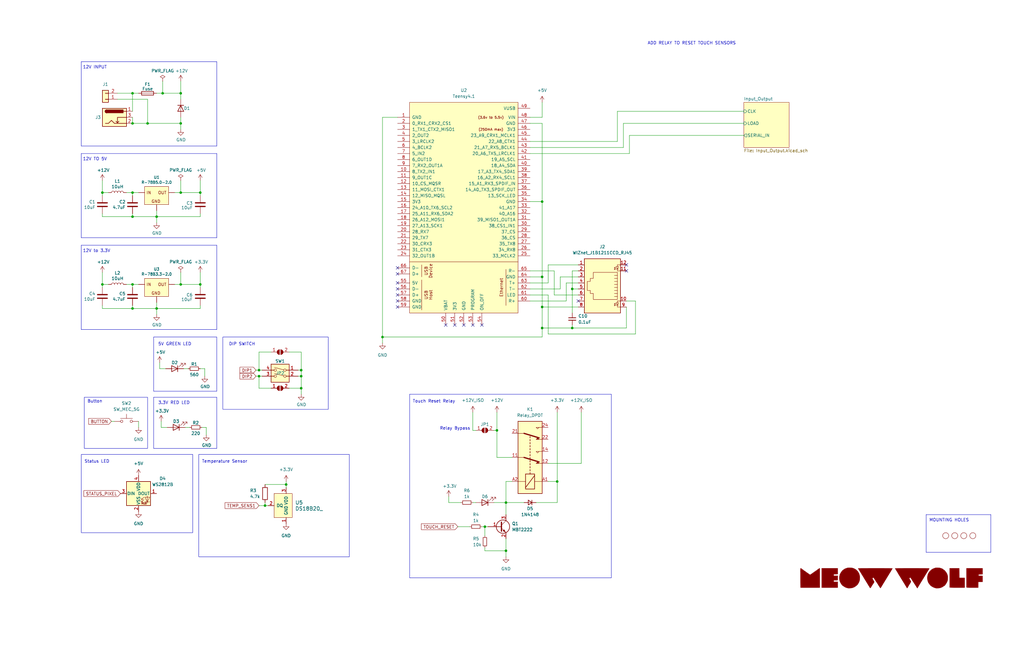
<source format=kicad_sch>
(kicad_sch (version 20230121) (generator eeschema)
  (paper "USLedger")
  (title_block (rev "v.01") (company "Meow Wolf") (comment 1 "Daniel Bornhorst"))
  (junction (at 109.22 156.21))
  (junction (at 228.6 138.43))
  (junction (at 76.2 39.37))
  (junction (at 76.2 52.07))
  (junction (at 127 156.21))
  (junction (at 234.95 203.2))
  (junction (at 55.88 81.28))
  (junction (at 55.88 91.44))
  (junction (at 68.58 39.37))
  (junction (at 43.18 120.015))
  (junction (at 66.04 130.175))
  (junction (at 241.3 138.43))
  (junction (at 66.04 91.44))
  (junction (at 204.47 222.25))
  (junction (at 55.88 130.175))
  (junction (at 127 158.75))
  (junction (at 228.6 129.54))
  (junction (at 127 163.83))
  (junction (at 76.2 120.015))
  (junction (at 55.88 39.37))
  (junction (at 43.18 81.28))
  (junction (at 209.55 181.61))
  (junction (at 213.36 232.41))
  (junction (at 213.36 212.09))
  (junction (at 62.23 52.07))
  (junction (at 84.455 81.28))
  (junction (at 76.2 81.28))
  (junction (at 161.29 142.24))
  (junction (at 84.455 120.015))
  (junction (at 111.76 213.36))
  (junction (at 228.6 116.84))
  (junction (at 109.22 158.75))
  (junction (at 55.88 120.015))
  (junction (at 241.3 121.92))
  (junction (at 120.65 204.47))
  (junction (at 228.6 85.09))
  (junction (at 55.88 52.07))
  (no_connect (at 264.16 111.76))
  (no_connect (at 264.16 114.3))
  (no_connect (at 167.64 121.92))
  (no_connect (at 203.2 137.16))
  (no_connect (at 167.64 113.03))
  (no_connect (at 199.39 137.16))
  (no_connect (at 191.77 137.16))
  (no_connect (at 167.64 115.57))
  (no_connect (at 167.64 119.38))
  (no_connect (at 167.64 124.46))
  (no_connect (at 243.84 127))
  (no_connect (at 167.64 127))
  (no_connect (at 195.58 137.16))
  (no_connect (at 167.64 129.54))
  (no_connect (at 187.96 137.16))
  (wire (pts (xy 107.95 158.75) (xy 109.22 158.75)))
  (wire (pts (xy 264.16 129.54) (xy 264.16 138.43)))
  (wire (pts (xy 76.2 120.015) (xy 84.455 120.015)))
  (wire (pts (xy 260.35 46.99) (xy 260.35 59.69)))
  (wire (pts (xy 167.64 49.53) (xy 161.29 49.53)))
  (polyline (pts (xy 91.44 61.595) (xy 91.44 26.035)))
  (polyline (pts (xy 91.44 100.33) (xy 91.44 64.77)))
  (polyline (pts (xy 417.83 233.045) (xy 417.83 217.17)))
  (polyline (pts (xy 34.29 61.595) (xy 91.44 61.595)))
  (wire (pts (xy 55.88 120.015) (xy 58.42 120.015)))
  (wire (pts (xy 73.66 81.28) (xy 76.2 81.28)))
  (wire (pts (xy 111.76 212.09) (xy 111.76 213.36)))
  (wire (pts (xy 66.04 91.44) (xy 84.455 91.44)))
  (wire (pts (xy 43.18 128.905) (xy 43.18 130.175)))
  (wire (pts (xy 234.95 212.09) (xy 234.95 203.2)))
  (wire (pts (xy 264.16 138.43) (xy 241.3 138.43)))
  (wire (pts (xy 43.18 91.44) (xy 55.88 91.44)))
  (wire (pts (xy 236.22 116.84) (xy 243.84 116.84)))
  (wire (pts (xy 111.76 204.47) (xy 120.65 204.47)))
  (wire (pts (xy 241.3 114.3) (xy 241.3 121.92)))
  (wire (pts (xy 53.34 120.015) (xy 55.88 120.015)))
  (wire (pts (xy 204.47 222.25) (xy 204.47 226.06)))
  (wire (pts (xy 189.23 212.09) (xy 189.23 209.55)))
  (wire (pts (xy 86.36 155.575) (xy 86.36 158.75)))
  (wire (pts (xy 114.3 163.83) (xy 109.22 163.83)))
  (wire (pts (xy 69.85 155.575) (xy 67.31 155.575)))
  (wire (pts (xy 223.52 116.84) (xy 228.6 116.84)))
  (wire (pts (xy 223.52 85.09) (xy 228.6 85.09)))
  (wire (pts (xy 55.88 49.53) (xy 55.88 52.07)))
  (polyline (pts (xy 34.29 139.065) (xy 91.44 139.065)))
  (wire (pts (xy 76.2 49.53) (xy 76.2 52.07)))
  (wire (pts (xy 120.65 203.2) (xy 120.65 204.47)))
  (wire (pts (xy 228.6 85.09) (xy 228.6 116.84)))
  (wire (pts (xy 84.455 82.55) (xy 84.455 81.28)))
  (wire (pts (xy 241.3 121.92) (xy 241.3 132.08)))
  (wire (pts (xy 228.6 49.53) (xy 228.6 43.18)))
  (wire (pts (xy 127 163.83) (xy 127 166.37)))
  (wire (pts (xy 200.66 212.09) (xy 199.39 212.09)))
  (wire (pts (xy 313.69 57.15) (xy 265.43 57.15)))
  (wire (pts (xy 66.04 39.37) (xy 68.58 39.37)))
  (wire (pts (xy 213.36 227.33) (xy 213.36 232.41)))
  (wire (pts (xy 223.52 62.23) (xy 262.89 62.23)))
  (wire (pts (xy 223.52 114.3) (xy 233.68 114.3)))
  (wire (pts (xy 62.23 52.07) (xy 76.2 52.07)))
  (wire (pts (xy 189.23 212.09) (xy 194.31 212.09)))
  (wire (pts (xy 223.52 124.46) (xy 231.14 124.46)))
  (wire (pts (xy 121.92 148.59) (xy 127 148.59)))
  (wire (pts (xy 78.105 180.34) (xy 80.01 180.34)))
  (wire (pts (xy 76.2 76.2) (xy 76.2 81.28)))
  (wire (pts (xy 49.53 41.91) (xy 62.23 41.91)))
  (wire (pts (xy 55.88 91.44) (xy 66.04 91.44)))
  (wire (pts (xy 233.68 114.3) (xy 233.68 124.46)))
  (wire (pts (xy 66.04 88.9) (xy 66.04 91.44)))
  (wire (pts (xy 121.92 163.83) (xy 127 163.83)))
  (wire (pts (xy 161.29 142.24) (xy 161.29 144.78)))
  (wire (pts (xy 43.18 130.175) (xy 55.88 130.175)))
  (polyline (pts (xy 390.525 233.045) (xy 417.83 233.045)))
  (wire (pts (xy 127 148.59) (xy 127 156.21)))
  (wire (pts (xy 43.18 76.2) (xy 43.18 81.28)))
  (wire (pts (xy 209.55 173.99) (xy 209.55 181.61)))
  (wire (pts (xy 109.22 156.21) (xy 110.49 156.21)))
  (wire (pts (xy 204.47 231.14) (xy 204.47 232.41)))
  (wire (pts (xy 76.2 39.37) (xy 76.2 41.91)))
  (wire (pts (xy 125.73 158.75) (xy 127 158.75)))
  (wire (pts (xy 209.55 193.04) (xy 215.9 193.04)))
  (wire (pts (xy 234.95 203.2) (xy 231.14 203.2)))
  (wire (pts (xy 238.76 119.38) (xy 243.84 119.38)))
  (polyline (pts (xy 34.29 64.77) (xy 34.29 100.33)))
  (wire (pts (xy 313.69 46.99) (xy 260.35 46.99)))
  (wire (pts (xy 241.3 121.92) (xy 243.84 121.92)))
  (wire (pts (xy 208.28 181.61) (xy 209.55 181.61)))
  (wire (pts (xy 76.2 114.935) (xy 76.2 120.015)))
  (polyline (pts (xy 34.29 103.505) (xy 34.29 139.065)))
  (wire (pts (xy 223.52 119.38) (xy 231.14 119.38)))
  (wire (pts (xy 107.95 156.21) (xy 109.22 156.21)))
  (wire (pts (xy 66.04 130.175) (xy 84.455 130.175)))
  (wire (pts (xy 241.3 137.16) (xy 241.3 138.43)))
  (wire (pts (xy 84.455 114.935) (xy 84.455 120.015)))
  (wire (pts (xy 55.88 81.28) (xy 55.88 82.55)))
  (wire (pts (xy 127 156.21) (xy 127 158.75)))
  (wire (pts (xy 199.39 181.61) (xy 200.66 181.61)))
  (wire (pts (xy 241.3 138.43) (xy 228.6 138.43)))
  (wire (pts (xy 114.3 148.59) (xy 109.22 148.59)))
  (wire (pts (xy 55.88 52.07) (xy 62.23 52.07)))
  (wire (pts (xy 234.95 173.99) (xy 234.95 203.2)))
  (wire (pts (xy 228.6 116.84) (xy 228.6 129.54)))
  (wire (pts (xy 77.47 155.575) (xy 79.375 155.575)))
  (wire (pts (xy 236.22 121.92) (xy 236.22 116.84)))
  (wire (pts (xy 226.06 212.09) (xy 234.95 212.09)))
  (wire (pts (xy 125.73 156.21) (xy 127 156.21)))
  (wire (pts (xy 67.31 155.575) (xy 67.31 153.035)))
  (wire (pts (xy 120.65 204.47) (xy 120.65 205.74)))
  (wire (pts (xy 223.52 127) (xy 238.76 127)))
  (wire (pts (xy 245.11 195.58) (xy 231.14 195.58)))
  (wire (pts (xy 228.6 129.54) (xy 228.6 138.43)))
  (wire (pts (xy 76.2 34.29) (xy 76.2 39.37)))
  (wire (pts (xy 85.09 180.34) (xy 86.995 180.34)))
  (wire (pts (xy 53.34 81.28) (xy 55.88 81.28)))
  (wire (pts (xy 209.55 181.61) (xy 209.55 193.04)))
  (wire (pts (xy 43.18 90.17) (xy 43.18 91.44)))
  (wire (pts (xy 203.2 222.25) (xy 204.47 222.25)))
  (wire (pts (xy 161.29 142.24) (xy 228.6 142.24)))
  (wire (pts (xy 55.88 39.37) (xy 58.42 39.37)))
  (wire (pts (xy 43.18 82.55) (xy 43.18 81.28)))
  (polyline (pts (xy 91.44 26.035) (xy 34.29 26.035)))
  (wire (pts (xy 84.455 121.285) (xy 84.455 120.015)))
  (polyline (pts (xy 417.83 217.17) (xy 390.525 217.17)))
  (wire (pts (xy 43.18 114.935) (xy 43.18 120.015)))
  (wire (pts (xy 265.43 57.15) (xy 265.43 64.77)))
  (wire (pts (xy 55.88 90.17) (xy 55.88 91.44)))
  (wire (pts (xy 84.455 76.2) (xy 84.455 81.28)))
  (wire (pts (xy 55.88 39.37) (xy 55.88 46.99)))
  (wire (pts (xy 66.04 91.44) (xy 66.04 93.98)))
  (wire (pts (xy 109.22 148.59) (xy 109.22 156.21)))
  (wire (pts (xy 213.36 212.09) (xy 220.98 212.09)))
  (wire (pts (xy 55.88 81.28) (xy 58.42 81.28)))
  (wire (pts (xy 109.22 213.36) (xy 111.76 213.36)))
  (wire (pts (xy 213.36 203.2) (xy 215.9 203.2)))
  (wire (pts (xy 67.945 180.34) (xy 67.945 177.8)))
  (polyline (pts (xy 34.29 100.33) (xy 91.44 100.33)))
  (wire (pts (xy 73.66 120.015) (xy 76.2 120.015)))
  (wire (pts (xy 49.53 39.37) (xy 55.88 39.37)))
  (polyline (pts (xy 91.44 64.77) (xy 34.29 64.77)))
  (wire (pts (xy 84.455 128.905) (xy 84.455 130.175)))
  (wire (pts (xy 43.18 81.28) (xy 45.72 81.28)))
  (wire (pts (xy 84.455 155.575) (xy 86.36 155.575)))
  (wire (pts (xy 58.42 177.8) (xy 58.42 180.34)))
  (wire (pts (xy 260.35 59.69) (xy 223.52 59.69)))
  (wire (pts (xy 213.36 232.41) (xy 213.36 234.95)))
  (wire (pts (xy 55.88 120.015) (xy 55.88 121.285)))
  (wire (pts (xy 231.14 111.76) (xy 243.84 111.76)))
  (wire (pts (xy 213.36 212.09) (xy 213.36 217.17)))
  (wire (pts (xy 62.23 41.91) (xy 62.23 52.07)))
  (wire (pts (xy 204.47 232.41) (xy 213.36 232.41)))
  (wire (pts (xy 111.76 213.36) (xy 113.03 213.36)))
  (wire (pts (xy 262.89 52.07) (xy 313.69 52.07)))
  (wire (pts (xy 238.76 127) (xy 238.76 119.38)))
  (wire (pts (xy 233.68 124.46) (xy 243.84 124.46)))
  (wire (pts (xy 204.47 222.25) (xy 205.74 222.25)))
  (wire (pts (xy 199.39 173.99) (xy 199.39 181.61)))
  (wire (pts (xy 55.88 130.175) (xy 66.04 130.175)))
  (polyline (pts (xy 34.29 26.035) (xy 34.29 61.595)))
  (wire (pts (xy 86.995 180.34) (xy 86.995 183.515)))
  (wire (pts (xy 109.22 163.83) (xy 109.22 158.75)))
  (wire (pts (xy 66.04 127.635) (xy 66.04 130.175)))
  (wire (pts (xy 231.14 124.46) (xy 231.14 140.97)))
  (wire (pts (xy 43.18 120.015) (xy 45.72 120.015)))
  (wire (pts (xy 76.2 81.28) (xy 84.455 81.28)))
  (polyline (pts (xy 91.44 103.505) (xy 34.29 103.505)))
  (wire (pts (xy 161.29 49.53) (xy 161.29 142.24)))
  (wire (pts (xy 228.6 52.07) (xy 228.6 85.09)))
  (wire (pts (xy 231.14 119.38) (xy 231.14 111.76)))
  (wire (pts (xy 228.6 129.54) (xy 243.84 129.54)))
  (wire (pts (xy 228.6 138.43) (xy 228.6 142.24)))
  (wire (pts (xy 66.04 130.175) (xy 66.04 132.715)))
  (wire (pts (xy 208.28 212.09) (xy 213.36 212.09)))
  (wire (pts (xy 223.52 52.07) (xy 228.6 52.07)))
  (polyline (pts (xy 91.44 139.065) (xy 91.44 103.505)))
  (wire (pts (xy 55.88 128.905) (xy 55.88 130.175)))
  (wire (pts (xy 265.43 64.77) (xy 223.52 64.77)))
  (wire (pts (xy 223.52 121.92) (xy 236.22 121.92)))
  (wire (pts (xy 223.52 49.53) (xy 228.6 49.53)))
  (wire (pts (xy 243.84 114.3) (xy 241.3 114.3)))
  (wire (pts (xy 127 163.83) (xy 127 158.75)))
  (polyline (pts (xy 390.525 217.17) (xy 390.525 233.045)))
  (wire (pts (xy 109.22 158.75) (xy 110.49 158.75)))
  (wire (pts (xy 213.36 203.2) (xy 213.36 212.09)))
  (wire (pts (xy 84.455 90.17) (xy 84.455 91.44)))
  (wire (pts (xy 267.97 140.97) (xy 267.97 127)))
  (wire (pts (xy 68.58 34.29) (xy 68.58 39.37)))
  (wire (pts (xy 262.89 62.23) (xy 262.89 52.07)))
  (wire (pts (xy 68.58 39.37) (xy 76.2 39.37)))
  (wire (pts (xy 245.11 173.99) (xy 245.11 195.58)))
  (wire (pts (xy 231.14 140.97) (xy 267.97 140.97)))
  (wire (pts (xy 70.485 180.34) (xy 67.945 180.34)))
  (wire (pts (xy 193.04 222.25) (xy 198.12 222.25)))
  (wire (pts (xy 267.97 127) (xy 264.16 127)))
  (wire (pts (xy 43.18 121.285) (xy 43.18 120.015)))
  (wire (pts (xy 46.99 177.8) (xy 48.26 177.8)))
  (wire (pts (xy 76.2 54.61) (xy 76.2 52.07)))
  (rectangle (start 34.29 191.77) (end 81.28 224.79))
  (rectangle (start 64.77 167.64) (end 91.44 189.23))
  (rectangle (start 93.98 142.24) (end 138.43 172.72))
  (rectangle (start 64.77 142.24) (end 91.44 165.1))
  (rectangle (start 83.82 191.77) (end 147.32 234.95))
  (rectangle (start 35.56 167.64) (end 62.23 189.23))
  (rectangle (start 172.72 166.37) (end 257.81 243.84))
  (text "12V to 3.3V" (at 34.925 106.68 0) (effects (font (size 1.27 1.27)) (justify left bottom)))
  (text "Temperature Sensor" (at 85.09 195.58 0) (effects (font (size 1.27 1.27)) (justify left bottom)))
  (text "5V GREEN LED" (at 66.675 146.05 0) (effects (font (size 1.27 1.27)) (justify left bottom)))
  (text "ADD RELAY TO RESET TOUCH SENSORS" (at 273.05 19.05 0) (effects (font (size 1.27 1.27)) (justify left bottom)))
  (text "12V INPUT" (at 34.925 29.21 0) (effects (font (size 1.27 1.27)) (justify left bottom)))
  (text "Relay Bypass\n" (at 185.42 181.61 0) (effects (font (size 1.27 1.27)) (justify left bottom)))
  (text "MOUNTING HOLES" (at 391.795 220.345 0) (effects (font (size 1.27 1.27)) (justify left bottom)))
  (text "Button" (at 36.83 170.18 0) (effects (font (size 1.27 1.27)) (justify left bottom)))
  (text "DIP SWITCH" (at 96.52 146.05 0) (effects (font (size 1.27 1.27)) (justify left bottom)))
  (text "Touch Reset Relay\n" (at 173.99 170.18 0) (effects (font (size 1.27 1.27)) (justify left bottom)))
  (text "Status LED" (at 35.56 195.58 0) (effects (font (size 1.27 1.27)) (justify left bottom)))
  (text "12V TO 5V" (at 34.925 67.945 0) (effects (font (size 1.27 1.27)) (justify left bottom)))
  (text "3.3V RED LED" (at 66.675 170.815 0) (effects (font (size 1.27 1.27)) (justify left bottom)))
  (global_label "TOUCH_RESET" (shape input) (at 193.04 222.25 180) (property "Intersheetrefs" "${INTERSHEET_REFS}" (effects hide)))
  (global_label "DIP1" (shape input) (at 107.95 156.21 180) (property "Intersheetrefs" "${INTERSHEET_REFS}" (effects hide)))
  (global_label "TEMP_SENS1" (shape input) (at 109.22 213.36 180) (property "Intersheetrefs" "${INTERSHEET_REFS}" (effects hide)))
  (global_label "DIP2" (shape input) (at 107.95 158.75 180) (property "Intersheetrefs" "${INTERSHEET_REFS}" (effects hide)))
  (global_label "STATUS_PIXEL" (shape input) (at 50.8 208.28 180) (property "Intersheetrefs" "${INTERSHEET_REFS}" (effects hide)))
  (global_label "BUTTON" (shape input) (at 46.99 177.8 180) (property "Intersheetrefs" "${INTERSHEET_REFS}" (effects hide)))
  (symbol (lib_id "power:GND") (at 86.995 183.515 0) (unit 1)
    (property "Reference" "#PWR019" (effects hide))
    (property "Value" "GND" (at 87.122 187.9092 0))
  )
  (symbol (lib_id "MeowWolf_Hardware:STAND-OFF") (at 410.21 226.06 0) (unit 1) (in_bom no)
    (property "Reference" "H4" (effects hide))
    (property "Value" "STAND-OFF" (effects hide))
    (property "Footprint" "MeowWolf_Hardware:STAND-OFF" (effects hide))
    (property "Digikey P/N" "-" (effects hide))
    (property "Digikey Page" "-" (effects hide))
    (property "LCSC" "-" (effects hide))
    (property "MPN" "-" (effects hide))
    (property "Manufacturer" "-" (effects hide))
    (property "Package" "-" (effects hide))
  )
  (symbol (lib_id "Device:R_Small") (at 82.55 180.34 90) (unit 1)
    (property "Reference" "R2" (at 82.55 178.435 90))
    (property "Value" "220" (at 82.55 182.88 90))
    (property "Footprint" "Resistor_SMD:R_0603_1608Metric" (effects hide))
    (property "Description" "100mW Thick Film Resistors 75V ±100ppm/℃ ±1% 220Ω 0603 Chip Resistor" (effects hide))
    (property "LCSC" "C107696" (effects hide))
    (property "MPN" "RC0603FR-07220RL" (effects hide))
    (property "Manufacturer" "YAGEO" (effects hide))
    (property "Package" "0603" (effects hide))
    (property "Digikey P/N" "-" (effects hide))
    (property "Digikey Page" "-" (effects hide))
  )
  (symbol (lib_id "MeowWolf_Hardware:STAND-OFF") (at 398.78 226.06 0) (unit 1) (in_bom no)
    (property "Reference" "H1" (effects hide))
    (property "Value" "STAND-OFF" (effects hide))
    (property "Footprint" "MeowWolf_Hardware:STAND-OFF" (effects hide))
    (property "Digikey P/N" "-" (effects hide))
    (property "Digikey Page" "-" (effects hide))
    (property "LCSC" "-" (effects hide))
    (property "MPN" "-" (effects hide))
    (property "Manufacturer" "-" (effects hide))
    (property "Package" "-" (effects hide))
  )
  (symbol (lib_id "Device:R_Small") (at 204.47 228.6 0) (unit 1)
    (property "Reference" "R5" (at 199.39 227.33 0) (effects (justify left)))
    (property "Value" "10k" (at 199.39 229.87 0) (effects (justify left)))
    (property "Footprint" "Resistor_SMD:R_0603_1608Metric" (effects hide))
    (property "Description" "100mW Thick Film Resistors 75V ±100ppm/℃ ±5% 10kΩ 0603 Chip Resistor" (effects hide))
    (property "LCSC" "C99198" (effects hide))
    (property "MPN" "RC0603JR-0710KL" (effects hide))
    (property "Manufacturer" "YAGEO" (effects hide))
    (property "Package" "0603" (effects hide))
  )
  (symbol (lib_id "power:+5V") (at 228.6 43.18 0) (unit 1)
    (property "Reference" "#PWR02" (effects hide))
    (property "Value" "+5V" (at 228.6 38.1 0))
  )
  (symbol (lib_id "0_logo:MeowWolf_Logo_Horizontal") (at 375.92 243.84 0) (unit 1) (in_bom no) (on_board no)
    (property "Reference" "LOGO1" (effects hide))
    (property "Value" "MeowWolf_Logo_Horizontal" (effects hide))
    (property "Digikey P/N" "-" (effects hide))
    (property "Digikey Page" "-" (effects hide))
    (property "LCSC" "-" (effects hide))
    (property "MPN" "-" (effects hide))
    (property "Manufacturer" "-" (effects hide))
    (property "Package" "-" (effects hide))
  )
  (symbol (lib_id "Device:L") (at 49.53 120.015 90) (unit 1)
    (property "Reference" "L2" (at 49.53 115.189 90))
    (property "Value" "10uH" (at 49.53 117.5004 90))
    (property "Footprint" "Inductor_SMD:L_Changjiang_FNR6045S" (effects hide))
    (property "Datasheet" "https://wmsc.lcsc.com/wmsc/upload/file/pdf/v2/lcsc/2106031705_SOREDE-SNR6045TYD100M_C2827404.pdf" (effects hide))
    (property "LCSC" "C2827404" (effects hide))
    (property "Description" "2.5A 10uH ±20% 2.5A 88mΩ SMD,5.2x5.7mm Inductor" (effects hide))
    (property "Digikey P/N" "-" (effects hide))
    (property "Digikey Page" "-" (effects hide))
    (property "MPN" "SNR6045TYD100M" (effects hide))
    (property "Manufacturer" "SOREDE" (effects hide))
    (property "Package" "6045 SMD,6x6m" (effects hide))
  )
  (symbol (lib_id "Device:C_Small") (at 241.3 134.62 0) (unit 1)
    (property "Reference" "C10" (at 243.84 133.3563 0) (effects (justify left)))
    (property "Value" "0.1uF" (at 243.84 135.8963 0) (effects (justify left)))
    (property "Footprint" "Capacitor_SMD:C_0805_2012Metric" (effects hide))
    (property "LCSC" "C1711" (effects hide))
    (property "Description" "0.1uF ±10% 50V Ceramic Capacitor X7R 0805 (2012 Metric)" (effects hide))
    (property "Digikey P/N" "1276-1003-1-ND" (effects hide))
    (property "Digikey Page" "https://www.digikey.com/en/products/detail/samsung-electro-mechanics/CL21B104KBCNNNC/3886661?s=N4IgTCBcDaIMIBkwEYBCyAMAWA0quAckXCALoC%2BQA" (effects hide))
    (property "MPN" "CL21B104KBCNNNC" (effects hide))
    (property "Manufacturer" "Samsung Electro-Mechanics" (effects hide))
    (property "Package" "0805" (effects hide))
  )
  (symbol (lib_id "0_microcontroller:Teensy4.1") (at 195.58 104.14 0) (unit 1)
    (property "Reference" "U2" (at 195.58 38.1 0))
    (property "Value" "Teensy4.1" (at 195.58 40.64 0))
    (property "Footprint" "0_microcontroller:Teensy41_ethernet_only" (effects hide))
    (property "Datasheet" "-" (effects hide))
    (property "Digikey Page" "-" (effects hide))
    (property "LCSC" "-" (effects hide))
    (property "MPN" "-" (effects hide))
    (property "Manufacturer" "PJRC" (effects hide))
    (property "Package" "DIP-24 Pin" (effects hide))
    (property "Description" "-" (effects hide))
    (property "Digikey P/N" "-" (effects hide))
  )
  (symbol (lib_id "MeowWolf_Devices:R-78E5.0-1.0") (at 66.04 120.015 0) (unit 1)
    (property "Reference" "U3" (at 66.04 113.5634 0) (effects (font (size 1.143 1.143))))
    (property "Value" "R-78B3.3-2.0" (at 66.04 115.697 0) (effects (font (size 1.143 1.143))))
    (property "Footprint" "MeowWolf_Devices:DC-DC_CONVERTER_R-78E_R-78B" (effects hide))
    (property "LCSC" "-" (effects hide))
    (property "Description" "Non-Isolated DC/DC Converters 6.5-32Vin 3.3Vout 2A SIP3" (effects hide))
    (property "MPN" "R-78B3.3-2.0" (effects hide))
    (property "Manufacturer" "RECOM Power" (effects hide))
    (property "Package" "SIP-3" (effects hide))
    (property "Digikey P/N" "945-3040-ND" (effects hide))
    (property "Digikey Page" "https://www.digikey.com/en/products/detail/recom-power/R-78B3-3-2-0/6677082" (effects hide))
  )
  (symbol (lib_id "0_connector:WIZnet_J1B1211CCD_RJ45") (at 254 119.38 180) (unit 1) (in_bom no)
    (property "Reference" "J2" (at 254 104.14 0))
    (property "Value" "WIZnet_J1B1211CCD_RJ45" (at 254 106.68 0))
    (property "Footprint" "0_connector:WIZnet_J1B1211CCD_RJ45" (effects hide))
    (property "Manufacturer" "WIZnet" (effects hide))
    (property "Digikey Page" "https://www.digikey.com/en/products/detail/wiznet/J1B1211CCD/7604176" (effects hide))
    (property "Digikey P/N" "1278-1052-ND" (effects hide))
    (property "MPN" "J1B1211CCD" (effects hide))
    (property "LCSC" "C910371" (effects hide))
  )
  (symbol (lib_id "Device:Q_NPN_BEC") (at 210.82 222.25 0) (unit 1)
    (property "Reference" "Q1" (at 215.9 220.98 0) (effects (justify left)))
    (property "Value" "MBT2222" (at 215.9 223.52 0) (effects (justify left)))
    (property "Footprint" "Package_TO_SOT_SMD:SOT-23-3" (effects hide))
    (property "LCSC" "C82460" (effects hide))
    (property "Package" "SOT-23" (effects hide))
    (property "MPN" "MMBT2222ALT1G" (effects hide))
    (property "Manufacturer" "onsemi" (effects hide))
    (property "Description" "40V 225mW 100@150mA,10V 600mA NPN SOT-23 Bipolar (BJT)" (effects hide))
    (property "Digikey P/N" "-" (effects hide))
    (property "Digikey Page" "-" (effects hide))
  )
  (symbol (lib_id "Device:D_Small") (at 223.52 212.09 180) (unit 1)
    (property "Reference" "D5" (at 223.52 214.63 0))
    (property "Value" "1N4148" (at 223.52 217.17 0))
    (property "Footprint" "Diode_SMD:D_SOD-323" (effects hide))
    (property "Sim.Device" "D" (effects hide))
    (property "Sim.Pins" "1=K 2=A" (effects hide))
    (property "Description" "100V Independent Type 1.25V@150mA 4ns 150mA SOD-323 Switching Diode" (effects hide))
    (property "Digikey P/N" "-" (effects hide))
    (property "Digikey Page" "-" (effects hide))
    (property "LCSC" "C2128" (effects hide))
    (property "MPN" "1N4148WS" (effects hide))
    (property "Manufacturer" "Jiangsu Changjing Electronics Technology Co., Ltd." (effects hide))
    (property "Package" "SOD-323" (effects hide))
  )
  (symbol (lib_id "power:+5V") (at 58.42 200.66 0) (unit 1)
    (property "Reference" "#PWR020" (effects hide))
    (property "Value" "+5V" (at 58.42 195.58 0))
  )
  (symbol (lib_id "Device:L") (at 49.53 81.28 90) (unit 1)
    (property "Reference" "L1" (at 49.53 76.454 90))
    (property "Value" "10uH" (at 49.53 78.7654 90))
    (property "Footprint" "Inductor_SMD:L_Changjiang_FNR6045S" (effects hide))
    (property "Datasheet" "https://wmsc.lcsc.com/wmsc/upload/file/pdf/v2/lcsc/2106031705_SOREDE-SNR6045TYD100M_C2827404.pdf" (effects hide))
    (property "LCSC" "C2827404" (effects hide))
    (property "Description" "2.5A 10uH ±20% 2.5A 88mΩ SMD,5.2x5.7mm Inductor" (effects hide))
    (property "Digikey P/N" "-" (effects hide))
    (property "Digikey Page" "-" (effects hide))
    (property "MPN" "SNR6045TYD100M" (effects hide))
    (property "Manufacturer" "SOREDE" (effects hide))
    (property "Package" "6045 SMD,6x6m" (effects hide))
  )
  (symbol (lib_id "Device:C") (at 55.88 125.095 0) (unit 1)
    (property "Reference" "C5" (at 52.959 123.9266 0) (effects (justify right)))
    (property "Value" "4.7uF" (at 52.959 126.238 0) (effects (justify right)))
    (property "Footprint" "Capacitor_SMD:C_1206_3216Metric" (effects hide))
    (property "Description" "4.7uF ±10% 50V Ceramic Capacitor X7R 1206 (3216 Metric)" (effects hide))
    (property "Digikey P/N" "1276-2789-1-ND" (effects hide))
    (property "Digikey Page" "https://www.digikey.com/en/products/detail/samsung-electro-mechanics/CL31B475KBHNNNE/3888447?s=N4IgTCBcDaIMIBkDMBGAQgFgOwFYDSaAEgHKkCiIAugL5A" (effects hide))
    (property "LCSC" "C51205" (effects hide))
    (property "MPN" "CL31B475KBHNNNE" (effects hide))
    (property "Manufacturer" "Samsung Electro-Mechanics" (effects hide))
    (property "Package" "1206" (effects hide))
  )
  (symbol (lib_id "Device:LED") (at 204.47 212.09 180) (unit 1)
    (property "Reference" "D6" (at 204.47 209.55 0))
    (property "Value" "RED LED" (effects hide))
    (property "Footprint" "LED_SMD:LED_0603_1608Metric" (effects hide))
    (property "Manufacturer" "Lite-On" (effects hide))
    (property "Description" "20mA 99mcd Colorless transparent lens -30℃~+85℃ 631nm Red 130° 62.5mW 2V 0603  LED" (effects hide))
    (property "Digikey P/N" "-" (effects hide))
    (property "Digikey Page" "-" (effects hide))
    (property "MPN" "LTST-C190KRKT" (effects hide))
    (property "LCSC" "C94869" (effects hide))
    (property "Package" "0603" (effects hide))
  )
  (symbol (lib_id "Jumper:SolderJumper_2_Open") (at 204.47 181.61 0) (unit 1)
    (property "Reference" "JP1" (at 204.47 179.07 0))
    (property "Value" "SolderJumper_2_Open" (effects hide))
    (property "Footprint" "Jumper:SolderJumper-2_P1.3mm_Open_RoundedPad1.0x1.5mm" (effects hide))
  )
  (symbol (lib_id "Switch:SW_MEC_5G") (at 53.34 177.8 0) (unit 1)
    (property "Reference" "SW2" (at 53.34 170.18 0))
    (property "Value" "SW_MEC_5G" (at 53.34 172.72 0))
    (property "Footprint" "Button_Switch_THT:SW_TH_Tactile_Omron_B3F-10xx" (effects hide))
    (property "LCSC" "-" (effects hide))
    (property "Manufacturer" "Omron Electronics Inc-EMC Div" (effects hide))
    (property "Digikey P/N" "SW402-ND" (effects hide))
    (property "Digikey Page" "https://www.digikey.com/en/products/detail/omron-electronics-inc-emc-div/B3F-1020/44059" (effects hide))
    (property "MPN" "B3F-1020" (effects hide))
    (property "Description" "Tactile Switch SPST-NO Top Actuated Through Hole" (effects hide))
  )
  (symbol (lib_id "power:GND") (at 58.42 215.9 0) (unit 1)
    (property "Reference" "#PWR022" (effects hide))
    (property "Value" "GND" (at 58.42 220.98 0))
  )
  (symbol (lib_id "power:+12V") (at 76.2 34.29 0) (unit 1)
    (property "Reference" "#PWR01" (effects hide))
    (property "Value" "+12V" (at 76.581 29.8958 0))
  )
  (symbol (lib_id "power:+3.3V") (at 84.455 114.935 0) (unit 1)
    (property "Reference" "#PWR010" (effects hide))
    (property "Value" "+3.3V" (at 84.836 110.5408 0))
  )
  (symbol (lib_id "Jumper:SolderJumper_2_Open") (at 118.11 148.59 0) (unit 1)
    (property "Reference" "JP3" (effects hide))
    (property "Value" "SolderJumper_2_Open" (effects hide))
    (property "Footprint" "Jumper:SolderJumper-2_P1.3mm_Open_TrianglePad1.0x1.5mm" (effects hide))
  )
  (symbol (lib_id "power:GND") (at 127 166.37 0) (unit 1)
    (property "Reference" "#PWR015" (effects hide))
    (property "Value" "GND" (at 127.127 170.7642 0))
  )
  (symbol (lib_id "Device:LED") (at 74.295 180.34 180) (unit 1)
    (property "Reference" "D3" (at 74.295 177.8 0))
    (property "Value" "RED LED" (effects hide))
    (property "Footprint" "LED_SMD:LED_0603_1608Metric" (effects hide))
    (property "Manufacturer" "Lite-On" (effects hide))
    (property "Description" "20mA 99mcd Colorless transparent lens -30℃~+85℃ 631nm Red 130° 62.5mW 2V 0603  LED" (effects hide))
    (property "Digikey P/N" "-" (effects hide))
    (property "Digikey Page" "-" (effects hide))
    (property "MPN" "LTST-C190KRKT" (effects hide))
    (property "LCSC" "C94869" (effects hide))
    (property "Package" "0603" (effects hide))
  )
  (symbol (lib_id "power:GND") (at 86.36 158.75 0) (unit 1)
    (property "Reference" "#PWR016" (effects hide))
    (property "Value" "GND" (at 86.487 163.1442 0))
  )
  (symbol (lib_id "power:+3.3V") (at 189.23 209.55 0) (unit 1)
    (property "Reference" "#PWR032" (effects hide))
    (property "Value" "+3.3V" (at 189.611 205.1558 0))
  )
  (symbol (lib_id "MeowWolf_Power:+12V_ISO") (at 245.11 173.99 0) (unit 1)
    (property "Reference" "#PWR08" (effects hide))
    (property "Value" "+12V_ISO" (at 245.11 168.91 0))
  )
  (symbol (lib_id "Device:R") (at 111.76 208.28 0) (unit 1)
    (property "Reference" "R3" (at 105.41 207.01 0) (effects (justify left)))
    (property "Value" "4.7k" (at 105.41 209.55 0) (effects (justify left)))
    (property "Footprint" "Resistor_SMD:R_0603_1608Metric" (effects hide))
    (property "Description" "100mW Thick Film Resistors 75V ±100ppm/℃ ±1% 4.7kΩ 0603 Chip Resistor" (effects hide))
    (property "LCSC" "C99782" (effects hide))
    (property "MPN" "RC0603FR-074K7L" (effects hide))
    (property "Manufacturer" "YAGEO" (effects hide))
    (property "Package" "0603" (effects hide))
    (property "Digikey P/N" "-" (effects hide))
    (property "Digikey Page" "-" (effects hide))
  )
  (symbol (lib_id "dk_Temperature-Sensors-Analog-and-Digital-Output:DS18B20_") (at 120.65 213.36 0) (unit 1)
    (property "Reference" "U5" (at 124.46 212.09 0) (effects (font (size 1.524 1.524)) (justify left)))
    (property "Value" "DS18B20_" (at 124.46 214.63 0) (effects (font (size 1.524 1.524)) (justify left)))
    (property "Footprint" "digikey-footprints:TO-92-3" (effects hide))
    (property "Datasheet" "https://www.analog.com/media/en/technical-documentation/data-sheets/ds18b20.pdf" (effects hide))
    (property "MPN" "DS18B20+" (effects hide))
    (property "Description" "1-Wire Temperature Sensor" (effects hide))
    (property "Manufacturer" "Maxim Integrated" (effects hide))
    (property "Digikey P/N" "DS18B20+-ND" (effects hide))
    (property "Digikey Page" "https://www.digikey.com/en/products/detail/analog-devices-inc-maxim-integrated/DS18B20/956983" (effects hide))
    (property "Package" "TO92-3" (effects hide))
    (property "LCSC" "-" (effects hide))
  )
  (symbol (lib_id "power:GND") (at 120.65 220.98 0) (unit 1)
    (property "Reference" "#PWR023" (effects hide))
    (property "Value" "GND" (at 120.65 226.06 0))
  )
  (symbol (lib_id "power:+12V") (at 43.18 76.2 0) (unit 1)
    (property "Reference" "#PWR04" (effects hide))
    (property "Value" "+12V" (at 43.561 71.8058 0))
  )
  (symbol (lib_id "Device:R_Small") (at 196.85 212.09 270) (unit 1)
    (property "Reference" "R6" (at 196.85 207.01 90))
    (property "Value" "1k" (at 196.85 209.55 90))
    (property "Footprint" "Resistor_SMD:R_0603_1608Metric" (effects hide))
    (property "Description" "100mW Thick Film Resistors 75V ±100ppm/℃ ±5% 1kΩ 0603 Chip Resistor" (effects hide))
    (property "LCSC" "C14676" (effects hide))
    (property "MPN" "RC0603JR-071KL" (effects hide))
    (property "Manufacturer" "YAGEO" (effects hide))
    (property "Package" "0603" (effects hide))
  )
  (symbol (lib_id "Jumper:SolderJumper_2_Open") (at 118.11 163.83 0) (unit 1)
    (property "Reference" "JP2" (at 118.11 157.48 0))
    (property "Value" "SolderJumper_2_Open" (effects hide))
    (property "Footprint" "Jumper:SolderJumper-2_P1.3mm_Open_TrianglePad1.0x1.5mm" (effects hide))
  )
  (symbol (lib_id "power:+3.3V") (at 234.95 173.99 0) (unit 1)
    (property "Reference" "#PWR024" (effects hide))
    (property "Value" "+3.3V" (at 234.95 168.91 0))
  )
  (symbol (lib_id "Device:C") (at 84.455 125.095 0) (unit 1)
    (property "Reference" "C6" (at 81.28 124.46 0) (effects (justify right)))
    (property "Value" "10uF" (at 81.28 126.365 0) (effects (justify right)))
    (property "Footprint" "Capacitor_SMD:C_1206_3216Metric" (effects hide))
    (property "Description" "10uF ±10% 50V Ceramic Capacitor X7R 1206 (3216 Metric)" (effects hide))
    (property "Digikey P/N" "1276-6767-1-ND" (effects hide))
    (property "Digikey Page" "https://www.digikey.com/en/products/detail/samsung-electro-mechanics/CL31B106KBHNNNE/5961251?s=N4IgTCBcDaIMIBkDMBGAQigDANgNJoAkA5EgURAF0BfIA" (effects hide))
    (property "LCSC" "C89632" (effects hide))
    (property "MPN" "CL31B106KBHNNNE" (effects hide))
    (property "Manufacturer" "Samsung Electro-Mechanics" (effects hide))
    (property "Package" "1206" (effects hide))
  )
  (symbol (lib_id "power:+12V") (at 43.18 114.935 0) (unit 1)
    (property "Reference" "#PWR09" (effects hide))
    (property "Value" "+12V" (at 43.561 110.5408 0))
  )
  (symbol (lib_id "MeowWolf_Hardware:STAND-OFF") (at 406.4 226.06 0) (unit 1) (in_bom no)
    (property "Reference" "H3" (effects hide))
    (property "Value" "STAND-OFF" (effects hide))
    (property "Footprint" "MeowWolf_Hardware:STAND-OFF" (effects hide))
    (property "Digikey P/N" "-" (effects hide))
    (property "Digikey Page" "-" (effects hide))
    (property "LCSC" "-" (effects hide))
    (property "MPN" "-" (effects hide))
    (property "Manufacturer" "-" (effects hide))
    (property "Package" "-" (effects hide))
  )
  (symbol (lib_id "power:+5V") (at 67.31 153.035 0) (unit 1)
    (property "Reference" "#PWR014" (effects hide))
    (property "Value" "+5V" (at 67.691 148.6408 0))
  )
  (symbol (lib_id "MeowWolf_Hardware:STAND-OFF") (at 402.59 226.06 0) (unit 1) (in_bom no)
    (property "Reference" "H2" (effects hide))
    (property "Value" "STAND-OFF" (effects hide))
    (property "Footprint" "MeowWolf_Hardware:STAND-OFF" (effects hide))
    (property "Digikey P/N" "-" (effects hide))
    (property "Digikey Page" "-" (effects hide))
    (property "LCSC" "-" (effects hide))
    (property "MPN" "-" (effects hide))
    (property "Manufacturer" "-" (effects hide))
    (property "Package" "-" (effects hide))
  )
  (symbol (lib_id "power:+5V") (at 84.455 76.2 0) (unit 1)
    (property "Reference" "#PWR05" (effects hide))
    (property "Value" "+5V" (at 84.836 71.8058 0))
  )
  (symbol (lib_id "Relay:Relay_DPDT") (at 223.52 193.04 270) (mirror x) (unit 1)
    (property "Reference" "K1" (at 223.52 172.72 90))
    (property "Value" "Relay_DPDT" (at 223.52 175.26 90))
    (property "Footprint" "Relay_THT:Relay_DPDT_Kemet_EC2" (effects hide))
    (property "Description" "RELAY GENERAL PURPOSE DPDT 2A 3V" (effects hide))
    (property "Digikey P/N" "399-11042-5-ND" (effects hide))
    (property "Digikey Page" "https://www.digikey.com/en/products/detail/kemet/EC2-3NU/4291108" (effects hide))
    (property "MPN" "EC2-3NU" (effects hide))
    (property "Manufacturer" "KEMET" (effects hide))
  )
  (symbol (lib_id "Device:C") (at 84.455 86.36 0) (unit 1)
    (property "Reference" "C3" (at 81.28 85.725 0) (effects (justify right)))
    (property "Value" "10uF" (at 81.28 87.63 0) (effects (justify right)))
    (property "Footprint" "Capacitor_SMD:C_1206_3216Metric" (effects hide))
    (property "Description" "10uF ±10% 50V Ceramic Capacitor X7R 1206 (3216 Metric)" (effects hide))
    (property "Digikey P/N" "1276-6767-1-ND" (effects hide))
    (property "Digikey Page" "https://www.digikey.com/en/products/detail/samsung-electro-mechanics/CL31B106KBHNNNE/5961251?s=N4IgTCBcDaIMIBkDMBGAQigDANgNJoAkA5EgURAF0BfIA" (effects hide))
    (property "LCSC" "C89632" (effects hide))
    (property "MPN" "CL31B106KBHNNNE" (effects hide))
    (property "Manufacturer" "Samsung Electro-Mechanics" (effects hide))
    (property "Package" "1206" (effects hide))
  )
  (symbol (lib_id "Connector:Barrel_Jack_Switch") (at 48.26 49.53 0) (unit 1)
    (property "Reference" "J3" (at 42.545 49.53 0) (effects (justify right)))
    (property "Value" "Barrel jack" (effects hide))
    (property "Footprint" "Connector_BarrelJack:BarrelJack_Horizontal" (effects hide))
    (property "Description" "Power Barrel Connector Jack 2.10mm ID (0.083\"), 5.50mm OD (0.217\") Through Hole, Right Angle" (effects hide))
    (property "Digikey P/N" "EJ508A-ND" (effects hide))
    (property "Digikey Page" "https://www.digikey.com/en/products/detail/mpd-memory-protection-devices/EJ508A/2439547" (effects hide))
    (property "MPN" "EJ508A" (effects hide))
    (property "Manufacturer" "MPD (Memory Protection Devices)" (effects hide))
    (property "Package" "2.10mm ID (0.083\"), 5.50mm OD (0.217\")" (effects hide))
  )
  (symbol (lib_id "power:GND") (at 213.36 234.95 0) (unit 1)
    (property "Reference" "#PWR012" (effects hide))
    (property "Value" "GND" (at 213.36 240.03 0))
  )
  (symbol (lib_id "power:PWR_FLAG") (at 76.2 76.2 0) (unit 1)
    (property "Reference" "#FLG02" (effects hide))
    (property "Value" "PWR_FLAG" (at 76.2 71.7804 0))
  )
  (symbol (lib_id "Device:Fuse") (at 62.23 39.37 270) (unit 1)
    (property "Reference" "F1" (at 62.23 35.56 90))
    (property "Value" "Fuse" (at 62.23 37.465 90))
    (property "Footprint" "0_power:Fuseholder_2AG_5x15mm_Littelfuse_01110501Z" (effects hide))
    (property "Description" "Fuse Holder" (effects hide))
    (property "Digikey P/N" "F4189-ND" (effects hide))
    (property "Digikey Page" "https://www.digikey.com/en/products/detail/littelfuse-inc/01110501Z/2518598?s=N4IgTCBcDaIDIEsAuSCmAbAZgVwM6oAIAGARjKIFZSAtEAXQF8g" (effects hide))
    (property "MPN" "01110501Z" (effects hide))
    (property "Manufacturer" "Littelfuse Inc." (effects hide))
    (property "LCSC" "-" (effects hide))
    (property "Package" "THT" (effects hide))
  )
  (symbol (lib_id "MeowWolf_Power:+12V_ISO") (at 199.39 173.99 0) (unit 1)
    (property "Reference" "#PWR027" (effects hide))
    (property "Value" "+12V_ISO" (at 199.39 168.91 0))
  )
  (symbol (lib_id "0_connector:Molex Ultra-Fit 2pos IN") (at 44.45 41.91 180) (unit 1)
    (property "Reference" "J1" (at 44.45 35.56 0))
    (property "Value" "Molex Ultra-Fit" (effects hide))
    (property "Footprint" "0_connector:MOLEX_ULTRAFIT-RA-2POS_1723104102" (effects hide))
    (property "Datasheet" "https://www.literature.molex.com/SQLImages/kelmscott/Molex/PDF_Images/987651-1008.pdf" (effects hide))
    (property "Manufacturer" "MOLEX" (effects hide))
    (property "Digikey Page" "https://www.digikey.com/en/products/detail/molex/1723104102/14122202?s=N4IgTCBcDaIIwHYwGY4AYC0AWdEC6AvkA" (effects hide))
    (property "Digikey P/N" "900-1723104102-ND" (effects hide))
    (property "MPN" "1723104102" (effects hide))
    (property "LCSC" "-" (effects hide))
    (property "Package" "THT" (effects hide))
  )
  (symbol (lib_id "LED:WS2812B") (at 58.42 208.28 0) (unit 1)
    (property "Reference" "D4" (at 68.58 201.93 0))
    (property "Value" "WS2812B" (at 68.58 204.47 0))
    (property "Footprint" "LED_SMD:LED_WS2812B-2020_PLCC4_2.0x2.0mm" (effects hide))
    (property "Datasheet" "https://cdn-shop.adafruit.com/product-files/4684/4684_WS2812B-2020_V1.3_EN.pdf" (effects hide))
    (property "LCSC" "C965555" (effects hide))
    (property "MPN" "WS2812B-2020" (effects hide))
    (property "Manufacturer" "Worldsemi" (effects hide))
    (property "Package" "SMD,2x2mm" (effects hide))
    (property "Description" "2020 WS2812B RGB LED" (effects hide))
    (property "Digikey P/N" "-" (effects hide))
    (property "Digikey Page" "-" (effects hide))
  )
  (symbol (lib_id "Device:C") (at 43.18 125.095 0) (unit 1)
    (property "Reference" "C4" (at 40.259 123.9266 0) (effects (justify right)))
    (property "Value" "10uF" (at 40.259 126.238 0) (effects (justify right)))
    (property "Footprint" "Capacitor_SMD:C_1206_3216Metric" (effects hide))
    (property "Description" "10uF ±10% 50V Ceramic Capacitor X7R 1206 (3216 Metric)" (effects hide))
    (property "Digikey P/N" "1276-6767-1-ND" (effects hide))
    (property "Digikey Page" "https://www.digikey.com/en/products/detail/samsung-electro-mechanics/CL31B106KBHNNNE/5961251?s=N4IgTCBcDaIMIBkDMBGAQigDANgNJoAkA5EgURAF0BfIA" (effects hide))
    (property "LCSC" "C89632" (effects hide))
    (property "MPN" "CL31B106KBHNNNE" (effects hide))
    (property "Manufacturer" "Samsung Electro-Mechanics" (effects hide))
    (property "Package" "1206" (effects hide))
  )
  (symbol (lib_id "Device:LED") (at 73.66 155.575 180) (unit 1)
    (property "Reference" "D2" (at 73.66 153.035 0))
    (property "Value" "GREEN LED" (effects hide))
    (property "Footprint" "LED_SMD:LED_0603_1608Metric" (effects hide))
    (property "Description" "20mA 260.5mcd Colorless transparent lens -20℃~+80℃ 520nm~535nm Emerald 130° 76mW 3.2V 0603 LED " (effects hide))
    (property "Digikey P/N" "-" (effects hide))
    (property "Digikey Page" "-" (effects hide))
    (property "LCSC" "C125101" (effects hide))
    (property "Manufacturer" "Lite-On" (effects hide))
    (property "MPN" "LTST-C191TGKT" (effects hide))
    (property "Package" "0603" (effects hide))
  )
  (symbol (lib_id "Device:C") (at 55.88 86.36 0) (unit 1)
    (property "Reference" "C2" (at 52.959 85.1916 0) (effects (justify right)))
    (property "Value" "4.7uF" (at 52.959 87.503 0) (effects (justify right)))
    (property "Footprint" "Capacitor_SMD:C_1206_3216Metric" (effects hide))
    (property "Description" "4.7uF ±10% 50V Ceramic Capacitor X7R 1206 (3216 Metric)" (effects hide))
    (property "Digikey P/N" "1276-2789-1-ND" (effects hide))
    (property "Digikey Page" "https://www.digikey.com/en/products/detail/samsung-electro-mechanics/CL31B475KBHNNNE/3888447?s=N4IgTCBcDaIMIBkDMBGAQgFgOwFYDSaAEgHKkCiIAugL5A" (effects hide))
    (property "LCSC" "C51205" (effects hide))
    (property "MPN" "CL31B475KBHNNNE" (effects hide))
    (property "Manufacturer" "Samsung Electro-Mechanics" (effects hide))
    (property "Package" "1206" (effects hide))
  )
  (symbol (lib_id "power:GND") (at 161.29 144.78 0) (unit 1)
    (property "Reference" "#PWR013" (effects hide))
    (property "Value" "GND" (at 161.29 149.86 0))
  )
  (symbol (lib_id "power:PWR_FLAG") (at 68.58 34.29 0) (unit 1)
    (property "Reference" "#FLG01" (effects hide))
    (property "Value" "PWR_FLAG" (at 68.58 29.8704 0))
  )
  (symbol (lib_id "power:GND") (at 66.04 132.715 0) (unit 1)
    (property "Reference" "#PWR011" (effects hide))
    (property "Value" "GND" (at 66.167 137.1092 0))
  )
  (symbol (lib_id "Device:R_Small") (at 81.915 155.575 90) (unit 1)
    (property "Reference" "R1" (at 81.915 153.67 90))
    (property "Value" "560" (at 81.915 158.115 90))
    (property "Footprint" "Resistor_SMD:R_0603_1608Metric" (effects hide))
    (property "Digikey P/N" "-" (effects hide))
    (property "Digikey Page" "-" (effects hide))
    (property "LCSC" "C114629" (effects hide))
    (property "MPN" "RC0603FR-07560RL" (effects hide))
    (property "Manufacturer" "YAGEO" (effects hide))
    (property "Package" "0603" (effects hide))
    (property "Description" "100mW Thick Film Resistors 75V ±100ppm/℃ ±1% 560Ω 0603 Chip Resistor" (effects hide))
  )
  (symbol (lib_id "power:+12V") (at 209.55 173.99 0) (unit 1)
    (property "Reference" "#PWR07" (effects hide))
    (property "Value" "+12V" (at 209.55 168.91 0))
  )
  (symbol (lib_id "MeowWolf_Devices:R-78E5.0-1.0") (at 66.04 81.28 0) (unit 1)
    (property "Reference" "U1" (at 66.04 74.8284 0) (effects (font (size 1.143 1.143))))
    (property "Value" "R-78B5.0-2.0" (at 66.04 76.962 0) (effects (font (size 1.143 1.143))))
    (property "Footprint" "MeowWolf_Devices:DC-DC_CONVERTER_R-78E_R-78B" (effects hide))
    (property "LCSC" "-" (effects hide))
    (property "Description" "Non-Isolated DC/DC Converters 6.5-32Vin 5Vout 2A SIP3" (effects hide))
    (property "MPN" "R-78B5.0-2.0" (effects hide))
    (property "Manufacturer" "RECOM Power" (effects hide))
    (property "Package" "SIP-3" (effects hide))
    (property "Digikey P/N" "945-3042-ND" (effects hide))
    (property "Digikey Page" "https://www.digikey.com/en/products/detail/recom-power/R-78B5-0-2-0/6677084" (effects hide))
  )
  (symbol (lib_id "Device:C") (at 43.18 86.36 0) (unit 1)
    (property "Reference" "C1" (at 40.259 85.1916 0) (effects (justify right)))
    (property "Value" "10uF" (at 40.259 87.503 0) (effects (justify right)))
    (property "Footprint" "Capacitor_SMD:C_1206_3216Metric" (effects hide))
    (property "Description" "10uF ±10% 50V Ceramic Capacitor X7R 1206 (3216 Metric)" (effects hide))
    (property "Digikey P/N" "1276-6767-1-ND" (effects hide))
    (property "Digikey Page" "https://www.digikey.com/en/products/detail/samsung-electro-mechanics/CL31B106KBHNNNE/5961251?s=N4IgTCBcDaIMIBkDMBGAQigDANgNJoAkA5EgURAF0BfIA" (effects hide))
    (property "LCSC" "C89632" (effects hide))
    (property "MPN" "CL31B106KBHNNNE" (effects hide))
    (property "Manufacturer" "Samsung Electro-Mechanics" (effects hide))
    (property "Package" "1206" (effects hide))
  )
  (symbol (lib_id "Device:R_Small") (at 200.66 222.25 270) (unit 1)
    (property "Reference" "R4" (at 200.66 217.17 90))
    (property "Value" "1k" (at 200.66 219.71 90))
    (property "Footprint" "Resistor_SMD:R_0603_1608Metric" (effects hide))
    (property "Description" "100mW Thick Film Resistors 75V ±100ppm/℃ ±5% 1kΩ 0603 Chip Resistor" (effects hide))
    (property "LCSC" "C14676" (effects hide))
    (property "MPN" "RC0603JR-071KL" (effects hide))
    (property "Manufacturer" "YAGEO" (effects hide))
    (property "Package" "0603" (effects hide))
  )
  (symbol (lib_id "power:GND") (at 66.04 93.98 0) (unit 1)
    (property "Reference" "#PWR06" (effects hide))
    (property "Value" "GND" (at 66.167 98.3742 0))
  )
  (symbol (lib_id "power:PWR_FLAG") (at 76.2 114.935 0) (unit 1)
    (property "Reference" "#FLG03" (effects hide))
    (property "Value" "PWR_FLAG" (at 76.2 110.5154 0))
  )
  (symbol (lib_id "Switch:SW_DIP_x02") (at 118.11 158.75 0) (mirror y) (unit 1)
    (property "Reference" "SW1" (at 118.11 152.4 0))
    (property "Value" "SW_DIP_x02" (effects hide))
    (property "Footprint" "Button_Switch_THT:SW_DIP_SPSTx02_Slide_9.78x7.26mm_W7.62mm_P2.54mm" (effects hide))
    (property "Description" "DIP Switches / SIP Switches Slide Type DIP (Wht) 2Pin, Raised Act" (effects hide))
    (property "Digikey P/N" "SW1198-ND" (effects hide))
    (property "Digikey Page" "https://www.digikey.com/en/products/detail/omron-electronics-inc-emc-div/A6TN-2104/2627369?s=N4IgTCBcDaIIIDYAqA5AtGAjABgCwgF0BfIA" (effects hide))
    (property "LCSC" "-" (effects hide))
    (property "Manufacturer" "Omron Electronics Inc-EMC Div" (effects hide))
    (property "Package" "0.100\" (2.54mm) DIP" (effects hide))
    (property "MPN" "A6TN-2104" (effects hide))
  )
  (symbol (lib_id "power:GND") (at 58.42 180.34 0) (unit 1)
    (property "Reference" "#PWR018" (effects hide))
    (property "Value" "GND" (at 58.42 185.42 0))
  )
  (symbol (lib_id "Device:D") (at 76.2 45.72 270) (unit 1)
    (property "Reference" "D1" (at 77.47 45.72 90) (effects (justify left)))
    (property "Value" "Reverse Protection Diode" (effects hide))
    (property "Footprint" "Package_TO_SOT_SMD:TO-252-2_TabPin1" (effects hide))
    (property "Datasheet" "https://www.ween-semi.com/sites/default/files/2018-10/byv25fd-600.pdf" (effects hide))
    (property "Description" "1.3V@5A 17.5ns Independent Type 5A 600V TO-252-2 Fast Recovery / High Efficiency Diodes" (effects hide))
    (property "Digikey P/N" "1740-1161-1-ND" (effects hide))
    (property "Digikey Page" "https://www.digikey.com/en/products/detail/ween-semiconductors/BYV25FD-600-118/2530345?s=N4IgTCBcDaIEIE0BqYCsAxAIgWgGwAZ8AaARhIA4QBdAXyA" (effects hide))
    (property "LCSC" "C256394" (effects hide))
    (property "MPN" "BYV25FD-600,118" (effects hide))
    (property "Manufacturer" "WeEn Semiconductors" (effects hide))
    (property "Package" "TO-252-2" (effects hide))
  )
  (symbol (lib_id "power:+3.3V") (at 67.945 177.8 0) (unit 1)
    (property "Reference" "#PWR017" (effects hide))
    (property "Value" "+3.3V" (at 68.326 173.4058 0))
  )
  (symbol (lib_id "power:GND") (at 76.2 54.61 0) (unit 1)
    (property "Reference" "#PWR03" (effects hide))
    (property "Value" "GND" (at 76.327 59.0042 0))
  )
  (symbol (lib_id "power:+3.3V") (at 120.65 203.2 0) (unit 1)
    (property "Reference" "#PWR021" (effects hide))
    (property "Value" "+3.3V" (at 120.65 198.12 0))
  )
  (sheet (at 313.69 43.18) (size 19.05 19.05) (stroke (width 0.1524)) (fill (color 255 255 194 1.0000))
    (property "Sheetname" "Input_Output" (at 313.69 42.4684 0) (effects (justify left bottom)))
    (property "Sheetfile" "Input_Output.kicad_sch" (at 313.69 62.8146 0) (effects (justify left top)))
    (pin "LOAD" input (at 313.69 52.07 180))
    (pin "CLK" input (at 313.69 46.99 180))
    (pin "SERIAL_IN" output (at 313.69 57.15 180))
  )
)
</source>
